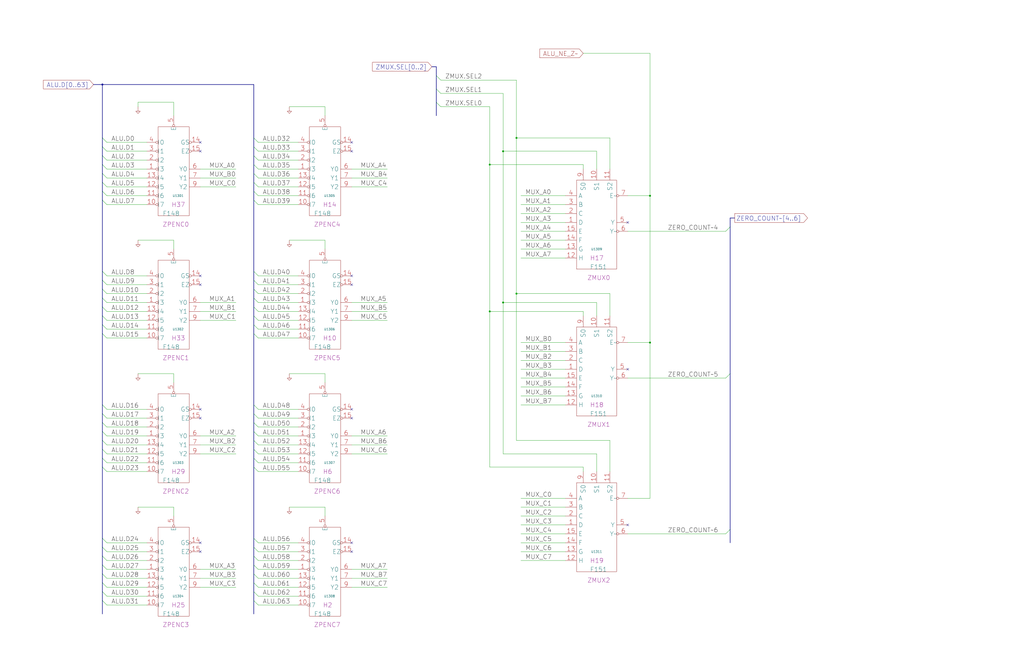
<source format=kicad_sch>
(kicad_sch (version 20250114) (generator "eeschema") (generator_version "9.0")
  (paper "User" 584.2 378.46)
  (title_block (title "ZERO_DETECTOR") (date "22-MAR-90") (rev "1.0") (comment 1 "VALUE") (comment 2 "232-003063") (comment 3 "S400") (comment 4 "RELEASED"))
  (lib_symbols
    (symbol "r1000:F148" (pin_names (offset 1.016))
      (property "Reference" "U" (at 2.54 5.08 0))
      (property "Value" "F148" (at -6.35 -5.08 0))
      (property "Location" "___" (at -1.27 0 0))
      (property "Name" "______" (at 1.27 -12.7 0))
      (symbol "F148_1_1"
        (circle (center -9.525 35.56) (radius 0.635))
        (circle (center -9.525 30.48) (radius 0.635))
        (circle (center -9.525 25.4) (radius 0.635))
        (circle (center -9.525 20.32) (radius 0.635))
        (circle (center -9.525 15.24) (radius 0.635))
        (circle (center -9.525 10.16) (radius 0.635))
        (circle (center -9.525 5.08) (radius 0.635))
        (circle (center -9.525 0) (radius 0.635))
        (rectangle (start -8.89 44.45) (end 8.89 -6.35))
        (circle (center 0 45.085) (radius 0.635))
        (circle (center 9.525 35.56) (radius 0.635))
        (circle (center 9.525 30.48) (radius 0.635))
        (pin input line (at -15.24 35.56 0) (length 5.08) (name "I0") (number "4"))
        (pin input line (at -15.24 30.48 0) (length 5.08) (name "I1") (number "3"))
        (pin input line (at -15.24 25.4 0) (length 5.08) (name "I2") (number "2"))
        (pin input line (at -15.24 20.32 0) (length 5.08) (name "I3") (number "1"))
        (pin input line (at -15.24 15.24 0) (length 5.08) (name "I4") (number "13"))
        (pin input line (at -15.24 10.16 0) (length 5.08) (name "I5") (number "12"))
        (pin input line (at -15.24 5.08 0) (length 5.08) (name "I6") (number "11"))
        (pin input line (at -15.24 0 0) (length 5.08) (name "I7") (number "10"))
        (pin input line (at 0 50.8 270) (length 5.08) (name "E") (number "5"))
        (pin output line (at 15.24 35.56 180) (length 5.08) (name "GS") (number "14"))
        (pin output line (at 15.24 30.48 180) (length 5.08) (name "EZ") (number "15"))
        (pin output line (at 15.24 20.32 180) (length 6.35) (name "Y0") (number "6"))
        (pin output line (at 15.24 15.24 180) (length 6.35) (name "Y1") (number "7"))
        (pin output line (at 15.24 10.16 180) (length 6.35) (name "Y2") (number "9"))
      )
    )
    (symbol "r1000:F151" (pin_names (offset 1.016))
      (property "Reference" "U" (at 2.54 5.08 0))
      (property "Value" "F151" (at -1.27 -5.08 0))
      (property "Location" "___" (at -1.27 0 0))
      (property "Name" "______" (at 3.81 -12.7 0))
      (symbol "F151_1_1"
        (rectangle (start -8.89 44.45) (end 13.97 -6.35))
        (circle (center 14.605 35.56) (radius 0.635))
        (circle (center 14.605 15.24) (radius 0.635))
        (pin input line (at -15.24 35.56 0) (length 6.35) (name "A") (number "4"))
        (pin input line (at -15.24 30.48 0) (length 6.35) (name "B") (number "3"))
        (pin input line (at -15.24 25.4 0) (length 6.35) (name "C") (number "2"))
        (pin input line (at -15.24 20.32 0) (length 6.35) (name "D") (number "1"))
        (pin input line (at -15.24 15.24 0) (length 6.35) (name "E") (number "15"))
        (pin input line (at -15.24 10.16 0) (length 6.35) (name "F") (number "14"))
        (pin input line (at -15.24 5.08 0) (length 6.35) (name "G") (number "13"))
        (pin input line (at -15.24 0 0) (length 6.35) (name "H") (number "12"))
        (pin input line (at -5.08 50.8 270) (length 6.35) (name "S0") (number "9"))
        (pin input line (at 2.54 50.8 270) (length 6.35) (name "S1") (number "10"))
        (pin input line (at 10.16 50.8 270) (length 6.35) (name "S2") (number "11"))
        (pin input line (at 20.32 35.56 180) (length 5.08) (name "E~") (number "7"))
        (pin output line (at 20.32 20.32 180) (length 6.35) (name "Y") (number "5"))
        (pin output line (at 20.32 15.24 180) (length 5.08) (name "Y~") (number "6"))
      )
    )
    (symbol "r1000:PD" (power) (pin_numbers (hide yes)) (pin_names (hide yes)) (in_bom no)
      (symbol "PD_0_1"
        (polyline (pts (xy 0 -2.54) (xy 1.27 -2.54) (xy 0 -3.81) (xy -1.27 -2.54) (xy 0 -2.54)) (stroke (width 0.1524)))
      )
      (symbol "PD_1_1"
        (pin power_in line (at 0 0 270) (length 2.54) (name "PD") (number "1"))
      )
    )
  )
  (junction (at 279.4 93.98))
  (junction (at 287.02 86.36))
  (junction (at 279.4 177.8))
  (junction (at 294.64 78.74))
  (junction (at 370.84 195.58))
  (junction (at 58.42 48.26))
  (junction (at 287.02 172.72))
  (junction (at 294.64 167.64))
  (junction (at 370.84 111.76))
  (no_connect (at 358.14 210.82))
  (no_connect (at 200.66 157.48))
  (no_connect (at 200.66 233.68))
  (no_connect (at 114.3 157.48))
  (no_connect (at 114.3 81.28))
  (no_connect (at 200.66 314.96))
  (no_connect (at 114.3 314.96))
  (no_connect (at 200.66 162.56))
  (no_connect (at 358.14 127))
  (no_connect (at 114.3 309.88))
  (no_connect (at 200.66 86.36))
  (no_connect (at 114.3 86.36))
  (no_connect (at 114.3 233.68))
  (no_connect (at 200.66 81.28))
  (no_connect (at 114.3 162.56))
  (no_connect (at 114.3 238.76))
  (no_connect (at 358.14 299.72))
  (no_connect (at 200.66 309.88))
  (no_connect (at 200.66 238.76))
  (bus_entry (at 144.78 256.54) (size 2.54 2.54))
  (bus_entry (at 58.42 241.3) (size 2.54 2.54))
  (bus_entry (at 58.42 246.38) (size 2.54 2.54))
  (bus_entry (at 58.42 93.98) (size 2.54 2.54))
  (bus_entry (at 144.78 93.98) (size 2.54 2.54))
  (bus_entry (at 416.56 213.36) (size -2.54 2.54))
  (bus_entry (at 58.42 327.66) (size 2.54 2.54))
  (bus_entry (at 144.78 322.58) (size 2.54 2.54))
  (bus_entry (at 144.78 231.14) (size 2.54 2.54))
  (bus_entry (at 58.42 99.06) (size 2.54 2.54))
  (bus_entry (at 144.78 266.7) (size 2.54 2.54))
  (bus_entry (at 144.78 180.34) (size 2.54 2.54))
  (bus_entry (at 144.78 327.66) (size 2.54 2.54))
  (bus_entry (at 248.92 58.42) (size 2.54 2.54))
  (bus_entry (at 58.42 154.94) (size 2.54 2.54))
  (bus_entry (at 416.56 129.54) (size -2.54 2.54))
  (bus_entry (at 58.42 180.34) (size 2.54 2.54))
  (bus_entry (at 144.78 312.42) (size 2.54 2.54))
  (bus_entry (at 58.42 83.82) (size 2.54 2.54))
  (bus_entry (at 248.92 50.8) (size 2.54 2.54))
  (bus_entry (at 58.42 332.74) (size 2.54 2.54))
  (bus_entry (at 144.78 236.22) (size 2.54 2.54))
  (bus_entry (at 58.42 342.9) (size 2.54 2.54))
  (bus_entry (at 58.42 261.62) (size 2.54 2.54))
  (bus_entry (at 144.78 337.82) (size 2.54 2.54))
  (bus_entry (at 144.78 342.9) (size 2.54 2.54))
  (bus_entry (at 144.78 175.26) (size 2.54 2.54))
  (bus_entry (at 144.78 190.5) (size 2.54 2.54))
  (bus_entry (at 58.42 307.34) (size 2.54 2.54))
  (bus_entry (at 58.42 266.7) (size 2.54 2.54))
  (bus_entry (at 144.78 165.1) (size 2.54 2.54))
  (bus_entry (at 144.78 88.9) (size 2.54 2.54))
  (bus_entry (at 58.42 175.26) (size 2.54 2.54))
  (bus_entry (at 58.42 251.46) (size 2.54 2.54))
  (bus_entry (at 144.78 185.42) (size 2.54 2.54))
  (bus_entry (at 58.42 165.1) (size 2.54 2.54))
  (bus_entry (at 58.42 312.42) (size 2.54 2.54))
  (bus_entry (at 144.78 114.3) (size 2.54 2.54))
  (bus_entry (at 416.56 302.26) (size -2.54 2.54))
  (bus_entry (at 144.78 170.18) (size 2.54 2.54))
  (bus_entry (at 144.78 104.14) (size 2.54 2.54))
  (bus_entry (at 58.42 337.82) (size 2.54 2.54))
  (bus_entry (at 58.42 236.22) (size 2.54 2.54))
  (bus_entry (at 58.42 256.54) (size 2.54 2.54))
  (bus_entry (at 144.78 154.94) (size 2.54 2.54))
  (bus_entry (at 58.42 109.22) (size 2.54 2.54))
  (bus_entry (at 58.42 322.58) (size 2.54 2.54))
  (bus_entry (at 144.78 246.38) (size 2.54 2.54))
  (bus_entry (at 58.42 160.02) (size 2.54 2.54))
  (bus_entry (at 58.42 231.14) (size 2.54 2.54))
  (bus_entry (at 144.78 160.02) (size 2.54 2.54))
  (bus_entry (at 58.42 185.42) (size 2.54 2.54))
  (bus_entry (at 58.42 114.3) (size 2.54 2.54))
  (bus_entry (at 144.78 261.62) (size 2.54 2.54))
  (bus_entry (at 144.78 241.3) (size 2.54 2.54))
  (bus_entry (at 144.78 83.82) (size 2.54 2.54))
  (bus_entry (at 58.42 317.5) (size 2.54 2.54))
  (bus_entry (at 144.78 99.06) (size 2.54 2.54))
  (bus_entry (at 144.78 317.5) (size 2.54 2.54))
  (bus_entry (at 58.42 78.74) (size 2.54 2.54))
  (bus_entry (at 58.42 88.9) (size 2.54 2.54))
  (bus_entry (at 144.78 332.74) (size 2.54 2.54))
  (bus_entry (at 248.92 43.18) (size 2.54 2.54))
  (bus_entry (at 144.78 109.22) (size 2.54 2.54))
  (bus_entry (at 58.42 170.18) (size 2.54 2.54))
  (bus_entry (at 144.78 251.46) (size 2.54 2.54))
  (bus_entry (at 144.78 78.74) (size 2.54 2.54))
  (bus_entry (at 58.42 190.5) (size 2.54 2.54))
  (bus_entry (at 58.42 104.14) (size 2.54 2.54))
  (bus_entry (at 144.78 307.34) (size 2.54 2.54))
  (wire (pts (xy 147.32 248.92) (xy 170.18 248.92)))
  (bus (pts (xy 144.78 88.9) (xy 144.78 93.98)))
  (bus (pts (xy 144.78 83.82) (xy 144.78 88.9)))
  (bus (pts (xy 144.78 175.26) (xy 144.78 180.34)))
  (wire (pts (xy 114.3 177.8) (xy 134.62 177.8)))
  (wire (pts (xy 60.96 167.64) (xy 83.82 167.64)))
  (wire (pts (xy 147.32 162.56) (xy 170.18 162.56)))
  (wire (pts (xy 297.18 314.96) (xy 322.58 314.96)))
  (bus (pts (xy 144.78 327.66) (xy 144.78 332.74)))
  (wire (pts (xy 358.14 111.76) (xy 370.84 111.76)))
  (wire (pts (xy 78.74 60.96) (xy 78.74 58.42)))
  (bus (pts (xy 416.56 124.46) (xy 416.56 129.54)))
  (wire (pts (xy 297.18 127) (xy 322.58 127)))
  (wire (pts (xy 332.74 180.34) (xy 332.74 177.8)))
  (wire (pts (xy 60.96 330.2) (xy 83.82 330.2)))
  (wire (pts (xy 340.36 269.24) (xy 340.36 259.08)))
  (wire (pts (xy 200.66 96.52) (xy 220.98 96.52)))
  (bus (pts (xy 58.42 256.54) (xy 58.42 261.62)))
  (bus (pts (xy 144.78 332.74) (xy 144.78 337.82)))
  (wire (pts (xy 60.96 187.96) (xy 83.82 187.96)))
  (wire (pts (xy 147.32 86.36) (xy 170.18 86.36)))
  (wire (pts (xy 297.18 200.66) (xy 322.58 200.66)))
  (bus (pts (xy 58.42 165.1) (xy 58.42 170.18)))
  (wire (pts (xy 297.18 137.16) (xy 322.58 137.16)))
  (wire (pts (xy 99.06 137.16) (xy 99.06 142.24)))
  (bus (pts (xy 144.78 307.34) (xy 144.78 312.42)))
  (wire (pts (xy 147.32 101.6) (xy 170.18 101.6)))
  (bus (pts (xy 58.42 185.42) (xy 58.42 190.5)))
  (wire (pts (xy 60.96 325.12) (xy 83.82 325.12)))
  (bus (pts (xy 58.42 78.74) (xy 58.42 83.82)))
  (wire (pts (xy 60.96 86.36) (xy 83.82 86.36)))
  (wire (pts (xy 200.66 101.6) (xy 220.98 101.6)))
  (bus (pts (xy 144.78 256.54) (xy 144.78 261.62)))
  (wire (pts (xy 358.14 304.8) (xy 414.02 304.8)))
  (wire (pts (xy 147.32 238.76) (xy 170.18 238.76)))
  (bus (pts (xy 144.78 109.22) (xy 144.78 114.3)))
  (wire (pts (xy 287.02 172.72) (xy 287.02 86.36)))
  (bus (pts (xy 144.78 165.1) (xy 144.78 170.18)))
  (bus (pts (xy 58.42 266.7) (xy 58.42 307.34)))
  (wire (pts (xy 347.98 180.34) (xy 347.98 167.64)))
  (bus (pts (xy 58.42 154.94) (xy 58.42 160.02)))
  (wire (pts (xy 60.96 157.48) (xy 83.82 157.48)))
  (wire (pts (xy 114.3 101.6) (xy 134.62 101.6)))
  (bus (pts (xy 58.42 48.26) (xy 58.42 78.74)))
  (wire (pts (xy 297.18 210.82) (xy 322.58 210.82)))
  (wire (pts (xy 99.06 289.56) (xy 99.06 294.64)))
  (wire (pts (xy 297.18 284.48) (xy 322.58 284.48)))
  (bus (pts (xy 58.42 109.22) (xy 58.42 114.3)))
  (wire (pts (xy 78.74 58.42) (xy 99.06 58.42)))
  (wire (pts (xy 60.96 81.28) (xy 83.82 81.28)))
  (bus (pts (xy 144.78 261.62) (xy 144.78 266.7)))
  (wire (pts (xy 358.14 284.48) (xy 370.84 284.48)))
  (wire (pts (xy 370.84 111.76) (xy 370.84 195.58)))
  (wire (pts (xy 279.4 60.96) (xy 279.4 93.98)))
  (wire (pts (xy 165.1 60.96) (xy 185.42 60.96)))
  (bus (pts (xy 58.42 332.74) (xy 58.42 337.82)))
  (bus (pts (xy 58.42 104.14) (xy 58.42 109.22)))
  (bus (pts (xy 144.78 114.3) (xy 144.78 154.94)))
  (wire (pts (xy 78.74 213.36) (xy 99.06 213.36)))
  (bus (pts (xy 416.56 213.36) (xy 416.56 302.26)))
  (bus (pts (xy 248.92 50.8) (xy 248.92 58.42)))
  (wire (pts (xy 251.46 53.34) (xy 287.02 53.34)))
  (wire (pts (xy 114.3 254) (xy 134.62 254)))
  (wire (pts (xy 279.4 93.98) (xy 332.74 93.98)))
  (bus (pts (xy 144.78 317.5) (xy 144.78 322.58)))
  (bus (pts (xy 144.78 251.46) (xy 144.78 256.54)))
  (wire (pts (xy 147.32 345.44) (xy 170.18 345.44)))
  (wire (pts (xy 78.74 137.16) (xy 99.06 137.16)))
  (wire (pts (xy 294.64 167.64) (xy 294.64 78.74)))
  (bus (pts (xy 58.42 337.82) (xy 58.42 342.9)))
  (wire (pts (xy 294.64 45.72) (xy 294.64 78.74)))
  (wire (pts (xy 279.4 266.7) (xy 279.4 177.8)))
  (wire (pts (xy 185.42 213.36) (xy 185.42 218.44)))
  (bus (pts (xy 58.42 261.62) (xy 58.42 266.7)))
  (bus (pts (xy 144.78 337.82) (xy 144.78 342.9)))
  (bus (pts (xy 144.78 312.42) (xy 144.78 317.5)))
  (wire (pts (xy 60.96 335.28) (xy 83.82 335.28)))
  (bus (pts (xy 144.78 185.42) (xy 144.78 190.5)))
  (wire (pts (xy 200.66 254) (xy 220.98 254)))
  (wire (pts (xy 60.96 264.16) (xy 83.82 264.16)))
  (wire (pts (xy 297.18 142.24) (xy 322.58 142.24)))
  (wire (pts (xy 60.96 193.04) (xy 83.82 193.04)))
  (wire (pts (xy 297.18 132.08) (xy 322.58 132.08)))
  (bus (pts (xy 248.92 58.42) (xy 248.92 66.04)))
  (wire (pts (xy 297.18 226.06) (xy 322.58 226.06)))
  (wire (pts (xy 294.64 78.74) (xy 347.98 78.74)))
  (wire (pts (xy 165.1 137.16) (xy 185.42 137.16)))
  (wire (pts (xy 200.66 177.8) (xy 220.98 177.8)))
  (bus (pts (xy 416.56 302.26) (xy 416.56 309.88)))
  (wire (pts (xy 185.42 60.96) (xy 185.42 66.04)))
  (wire (pts (xy 60.96 177.8) (xy 83.82 177.8)))
  (wire (pts (xy 147.32 340.36) (xy 170.18 340.36)))
  (wire (pts (xy 147.32 116.84) (xy 170.18 116.84)))
  (bus (pts (xy 416.56 124.46) (xy 419.1 124.46)))
  (bus (pts (xy 58.42 251.46) (xy 58.42 256.54)))
  (wire (pts (xy 147.32 182.88) (xy 170.18 182.88)))
  (wire (pts (xy 99.06 58.42) (xy 99.06 66.04)))
  (wire (pts (xy 370.84 195.58) (xy 370.84 284.48)))
  (wire (pts (xy 114.3 325.12) (xy 134.62 325.12)))
  (wire (pts (xy 287.02 86.36) (xy 340.36 86.36)))
  (bus (pts (xy 58.42 160.02) (xy 58.42 165.1)))
  (wire (pts (xy 99.06 213.36) (xy 99.06 218.44)))
  (wire (pts (xy 147.32 172.72) (xy 170.18 172.72)))
  (wire (pts (xy 185.42 289.56) (xy 185.42 294.64)))
  (wire (pts (xy 279.4 177.8) (xy 279.4 93.98)))
  (wire (pts (xy 147.32 269.24) (xy 170.18 269.24)))
  (wire (pts (xy 114.3 330.2) (xy 134.62 330.2)))
  (wire (pts (xy 200.66 172.72) (xy 220.98 172.72)))
  (wire (pts (xy 60.96 182.88) (xy 83.82 182.88)))
  (bus (pts (xy 58.42 342.9) (xy 58.42 350.52)))
  (wire (pts (xy 60.96 254) (xy 83.82 254)))
  (wire (pts (xy 287.02 53.34) (xy 287.02 86.36)))
  (wire (pts (xy 165.1 213.36) (xy 185.42 213.36)))
  (wire (pts (xy 200.66 325.12) (xy 220.98 325.12)))
  (bus (pts (xy 58.42 241.3) (xy 58.42 246.38)))
  (wire (pts (xy 297.18 205.74) (xy 322.58 205.74)))
  (bus (pts (xy 144.78 241.3) (xy 144.78 246.38)))
  (wire (pts (xy 60.96 248.92) (xy 83.82 248.92)))
  (bus (pts (xy 144.78 93.98) (xy 144.78 99.06)))
  (wire (pts (xy 114.3 106.68) (xy 134.62 106.68)))
  (wire (pts (xy 347.98 251.46) (xy 294.64 251.46)))
  (wire (pts (xy 147.32 177.8) (xy 170.18 177.8)))
  (bus (pts (xy 53.34 48.26) (xy 58.42 48.26)))
  (wire (pts (xy 60.96 91.44) (xy 83.82 91.44)))
  (wire (pts (xy 297.18 121.92) (xy 322.58 121.92)))
  (wire (pts (xy 332.74 30.48) (xy 370.84 30.48)))
  (bus (pts (xy 144.78 322.58) (xy 144.78 327.66)))
  (bus (pts (xy 144.78 342.9) (xy 144.78 350.52)))
  (wire (pts (xy 60.96 96.52) (xy 83.82 96.52)))
  (wire (pts (xy 60.96 238.76) (xy 83.82 238.76)))
  (bus (pts (xy 58.42 180.34) (xy 58.42 185.42)))
  (wire (pts (xy 165.1 289.56) (xy 185.42 289.56)))
  (wire (pts (xy 332.74 93.98) (xy 332.74 96.52)))
  (wire (pts (xy 332.74 266.7) (xy 279.4 266.7)))
  (bus (pts (xy 58.42 48.26) (xy 144.78 48.26)))
  (wire (pts (xy 347.98 78.74) (xy 347.98 96.52)))
  (wire (pts (xy 147.32 96.52) (xy 170.18 96.52)))
  (wire (pts (xy 60.96 259.08) (xy 83.82 259.08)))
  (wire (pts (xy 147.32 325.12) (xy 170.18 325.12)))
  (wire (pts (xy 287.02 172.72) (xy 340.36 172.72)))
  (bus (pts (xy 144.78 231.14) (xy 144.78 236.22)))
  (bus (pts (xy 58.42 307.34) (xy 58.42 312.42)))
  (wire (pts (xy 60.96 162.56) (xy 83.82 162.56)))
  (bus (pts (xy 144.78 170.18) (xy 144.78 175.26)))
  (bus (pts (xy 58.42 246.38) (xy 58.42 251.46)))
  (wire (pts (xy 60.96 243.84) (xy 83.82 243.84)))
  (wire (pts (xy 147.32 157.48) (xy 170.18 157.48)))
  (wire (pts (xy 279.4 177.8) (xy 332.74 177.8)))
  (wire (pts (xy 147.32 309.88) (xy 170.18 309.88)))
  (wire (pts (xy 297.18 147.32) (xy 322.58 147.32)))
  (bus (pts (xy 58.42 312.42) (xy 58.42 317.5)))
  (bus (pts (xy 248.92 38.1) (xy 248.92 43.18)))
  (wire (pts (xy 114.3 335.28) (xy 134.62 335.28)))
  (wire (pts (xy 147.32 111.76) (xy 170.18 111.76)))
  (wire (pts (xy 297.18 195.58) (xy 322.58 195.58)))
  (wire (pts (xy 60.96 101.6) (xy 83.82 101.6)))
  (wire (pts (xy 200.66 335.28) (xy 220.98 335.28)))
  (wire (pts (xy 294.64 251.46) (xy 294.64 167.64)))
  (wire (pts (xy 147.32 259.08) (xy 170.18 259.08)))
  (wire (pts (xy 147.32 335.28) (xy 170.18 335.28)))
  (bus (pts (xy 58.42 327.66) (xy 58.42 332.74)))
  (wire (pts (xy 332.74 269.24) (xy 332.74 266.7)))
  (bus (pts (xy 144.78 104.14) (xy 144.78 109.22)))
  (wire (pts (xy 358.14 195.58) (xy 370.84 195.58)))
  (wire (pts (xy 297.18 309.88) (xy 322.58 309.88)))
  (wire (pts (xy 297.18 299.72) (xy 322.58 299.72)))
  (wire (pts (xy 147.32 320.04) (xy 170.18 320.04)))
  (bus (pts (xy 58.42 83.82) (xy 58.42 88.9)))
  (wire (pts (xy 60.96 233.68) (xy 83.82 233.68)))
  (wire (pts (xy 287.02 259.08) (xy 287.02 172.72)))
  (wire (pts (xy 347.98 269.24) (xy 347.98 251.46)))
  (bus (pts (xy 416.56 129.54) (xy 416.56 213.36)))
  (wire (pts (xy 297.18 231.14) (xy 322.58 231.14)))
  (wire (pts (xy 200.66 182.88) (xy 220.98 182.88)))
  (wire (pts (xy 147.32 91.44) (xy 170.18 91.44)))
  (bus (pts (xy 144.78 190.5) (xy 144.78 231.14)))
  (wire (pts (xy 297.18 111.76) (xy 322.58 111.76)))
  (wire (pts (xy 200.66 330.2) (xy 220.98 330.2)))
  (wire (pts (xy 147.32 330.2) (xy 170.18 330.2)))
  (wire (pts (xy 114.3 182.88) (xy 134.62 182.88)))
  (wire (pts (xy 251.46 45.72) (xy 294.64 45.72)))
  (wire (pts (xy 340.36 86.36) (xy 340.36 96.52)))
  (wire (pts (xy 297.18 289.56) (xy 322.58 289.56)))
  (wire (pts (xy 60.96 314.96) (xy 83.82 314.96)))
  (bus (pts (xy 58.42 93.98) (xy 58.42 99.06)))
  (wire (pts (xy 114.3 172.72) (xy 134.62 172.72)))
  (bus (pts (xy 144.78 48.26) (xy 144.78 78.74)))
  (bus (pts (xy 144.78 154.94) (xy 144.78 160.02)))
  (wire (pts (xy 347.98 167.64) (xy 294.64 167.64)))
  (wire (pts (xy 340.36 172.72) (xy 340.36 180.34)))
  (wire (pts (xy 114.3 248.92) (xy 134.62 248.92)))
  (wire (pts (xy 114.3 96.52) (xy 134.62 96.52)))
  (wire (pts (xy 114.3 259.08) (xy 134.62 259.08)))
  (wire (pts (xy 297.18 220.98) (xy 322.58 220.98)))
  (bus (pts (xy 248.92 43.18) (xy 248.92 50.8)))
  (bus (pts (xy 58.42 322.58) (xy 58.42 327.66)))
  (bus (pts (xy 58.42 236.22) (xy 58.42 241.3)))
  (bus (pts (xy 144.78 78.74) (xy 144.78 83.82)))
  (wire (pts (xy 297.18 215.9) (xy 322.58 215.9)))
  (wire (pts (xy 297.18 116.84) (xy 322.58 116.84)))
  (wire (pts (xy 147.32 264.16) (xy 170.18 264.16)))
  (wire (pts (xy 251.46 60.96) (xy 279.4 60.96)))
  (bus (pts (xy 144.78 160.02) (xy 144.78 165.1)))
  (wire (pts (xy 147.32 254) (xy 170.18 254)))
  (bus (pts (xy 58.42 114.3) (xy 58.42 154.94)))
  (bus (pts (xy 144.78 246.38) (xy 144.78 251.46)))
  (wire (pts (xy 147.32 233.68) (xy 170.18 233.68)))
  (wire (pts (xy 60.96 172.72) (xy 83.82 172.72)))
  (wire (pts (xy 147.32 243.84) (xy 170.18 243.84)))
  (bus (pts (xy 144.78 180.34) (xy 144.78 185.42)))
  (bus (pts (xy 58.42 170.18) (xy 58.42 175.26)))
  (wire (pts (xy 297.18 304.8) (xy 322.58 304.8)))
  (wire (pts (xy 60.96 320.04) (xy 83.82 320.04)))
  (bus (pts (xy 58.42 99.06) (xy 58.42 104.14)))
  (wire (pts (xy 358.14 132.08) (xy 414.02 132.08)))
  (wire (pts (xy 297.18 294.64) (xy 322.58 294.64)))
  (wire (pts (xy 60.96 111.76) (xy 83.82 111.76)))
  (wire (pts (xy 78.74 289.56) (xy 99.06 289.56)))
  (bus (pts (xy 58.42 190.5) (xy 58.42 231.14)))
  (wire (pts (xy 185.42 137.16) (xy 185.42 142.24)))
  (wire (pts (xy 60.96 340.36) (xy 83.82 340.36)))
  (wire (pts (xy 370.84 30.48) (xy 370.84 111.76)))
  (wire (pts (xy 60.96 116.84) (xy 83.82 116.84)))
  (bus (pts (xy 58.42 88.9) (xy 58.42 93.98)))
  (wire (pts (xy 147.32 167.64) (xy 170.18 167.64)))
  (wire (pts (xy 60.96 345.44) (xy 83.82 345.44)))
  (bus (pts (xy 144.78 266.7) (xy 144.78 307.34)))
  (wire (pts (xy 200.66 259.08) (xy 220.98 259.08)))
  (wire (pts (xy 297.18 320.04) (xy 322.58 320.04)))
  (wire (pts (xy 60.96 269.24) (xy 83.82 269.24)))
  (wire (pts (xy 147.32 106.68) (xy 170.18 106.68)))
  (bus (pts (xy 246.38 38.1) (xy 248.92 38.1)))
  (bus (pts (xy 58.42 317.5) (xy 58.42 322.58)))
  (wire (pts (xy 200.66 106.68) (xy 220.98 106.68)))
  (bus (pts (xy 144.78 236.22) (xy 144.78 241.3)))
  (wire (pts (xy 60.96 106.68) (xy 83.82 106.68)))
  (wire (pts (xy 358.14 215.9) (xy 414.02 215.9)))
  (wire (pts (xy 147.32 81.28) (xy 170.18 81.28)))
  (wire (pts (xy 147.32 193.04) (xy 170.18 193.04)))
  (wire (pts (xy 147.32 314.96) (xy 170.18 314.96)))
  (bus (pts (xy 144.78 99.06) (xy 144.78 104.14)))
  (bus (pts (xy 58.42 231.14) (xy 58.42 236.22)))
  (bus (pts (xy 58.42 175.26) (xy 58.42 180.34)))
  (wire (pts (xy 340.36 259.08) (xy 287.02 259.08)))
  (wire (pts (xy 147.32 187.96) (xy 170.18 187.96)))
  (wire (pts (xy 60.96 309.88) (xy 83.82 309.88)))
  (wire (pts (xy 200.66 248.92) (xy 220.98 248.92)))
  (label "MUX_A4" (at 205.74 96.52 0) (effects (font (size 2.54 2.54))))
  (label "ALU.D43" (at 149.86 172.72 0) (effects (font (size 2.54 2.54))))
  (label "MUX_A3" (at 299.72 127 0) (effects (font (size 2.54 2.54))))
  (label "ALU.D39" (at 149.86 116.84 0) (effects (font (size 2.54 2.54))))
  (label "ALU.D56" (at 149.86 309.88 0) (effects (font (size 2.54 2.54))))
  (label "ALU.D50" (at 149.86 243.84 0) (effects (font (size 2.54 2.54))))
  (label "ZMUX.SEL2" (at 254 45.72 0) (effects (font (size 2.54 2.54))))
  (label "ALU.D15" (at 63.5 193.04 0) (effects (font (size 2.54 2.54))))
  (label "MUX_B7" (at 299.72 231.14 0) (effects (font (size 2.54 2.54))))
  (label "ALU.D23" (at 63.5 269.24 0) (effects (font (size 2.54 2.54))))
  (label "ALU.D27" (at 63.5 325.12 0) (effects (font (size 2.54 2.54))))
  (label "ALU.D12" (at 63.5 177.8 0) (effects (font (size 2.54 2.54))))
  (label "MUX_C0" (at 119.38 106.68 0) (effects (font (size 2.54 2.54))))
  (label "MUX_C6" (at 205.74 259.08 0) (effects (font (size 2.54 2.54))))
  (label "ALU.D30" (at 63.5 340.36 0) (effects (font (size 2.54 2.54))))
  (label "MUX_B3" (at 119.38 330.2 0) (effects (font (size 2.54 2.54))))
  (label "ALU.D17" (at 63.5 238.76 0) (effects (font (size 2.54 2.54))))
  (label "ALU.D10" (at 63.5 167.64 0) (effects (font (size 2.54 2.54))))
  (label "MUX_B1" (at 119.38 177.8 0) (effects (font (size 2.54 2.54))))
  (label "MUX_B4" (at 205.74 101.6 0) (effects (font (size 2.54 2.54))))
  (label "MUX_A2" (at 299.72 121.92 0) (effects (font (size 2.54 2.54))))
  (label "ALU.D36" (at 149.86 101.6 0) (effects (font (size 2.54 2.54))))
  (label "MUX_A7" (at 205.74 325.12 0) (effects (font (size 2.54 2.54))))
  (label "ALU.D24" (at 63.5 309.88 0) (effects (font (size 2.54 2.54))))
  (label "MUX_B6" (at 205.74 254 0) (effects (font (size 2.54 2.54))))
  (label "ALU.D21" (at 63.5 259.08 0) (effects (font (size 2.54 2.54))))
  (label "MUX_A7" (at 299.72 147.32 0) (effects (font (size 2.54 2.54))))
  (label "MUX_B4" (at 299.72 215.9 0) (effects (font (size 2.54 2.54))))
  (label "ALU.D32" (at 149.86 81.28 0) (effects (font (size 2.54 2.54))))
  (label "ALU.D6" (at 63.5 111.76 0) (effects (font (size 2.54 2.54))))
  (label "MUX_A6" (at 205.74 248.92 0) (effects (font (size 2.54 2.54))))
  (label "MUX_C5" (at 205.74 182.88 0) (effects (font (size 2.54 2.54))))
  (label "ALU.D5" (at 63.5 106.68 0) (effects (font (size 2.54 2.54))))
  (label "ALU.D57" (at 149.86 314.96 0) (effects (font (size 2.54 2.54))))
  (label "MUX_B0" (at 299.72 195.58 0) (effects (font (size 2.54 2.54))))
  (label "ZERO_COUNT~4" (at 381 132.08 0) (effects (font (size 2.54 2.54))))
  (label "ALU.D63" (at 149.86 345.44 0) (effects (font (size 2.54 2.54))))
  (label "MUX_A0" (at 299.72 111.76 0) (effects (font (size 2.54 2.54))))
  (label "MUX_C4" (at 299.72 304.8 0) (effects (font (size 2.54 2.54))))
  (label "ALU.D31" (at 63.5 345.44 0) (effects (font (size 2.54 2.54))))
  (label "MUX_B0" (at 119.38 101.6 0) (effects (font (size 2.54 2.54))))
  (label "MUX_A5" (at 299.72 137.16 0) (effects (font (size 2.54 2.54))))
  (label "MUX_A3" (at 119.38 325.12 0) (effects (font (size 2.54 2.54))))
  (label "MUX_C0" (at 299.72 284.48 0) (effects (font (size 2.54 2.54))))
  (label "ALU.D58" (at 149.86 320.04 0) (effects (font (size 2.54 2.54))))
  (label "ALU.D8" (at 63.5 157.48 0) (effects (font (size 2.54 2.54))))
  (label "MUX_A1" (at 299.72 116.84 0) (effects (font (size 2.54 2.54))))
  (label "MUX_B1" (at 299.72 200.66 0) (effects (font (size 2.54 2.54))))
  (label "ALU.D53" (at 149.86 259.08 0) (effects (font (size 2.54 2.54))))
  (label "ZERO_COUNT~6" (at 381 304.8 0) (effects (font (size 2.54 2.54))))
  (label "ALU.D61" (at 149.86 335.28 0) (effects (font (size 2.54 2.54))))
  (label "ALU.D49" (at 149.86 238.76 0) (effects (font (size 2.54 2.54))))
  (label "ALU.D47" (at 149.86 193.04 0) (effects (font (size 2.54 2.54))))
  (label "MUX_B5" (at 205.74 177.8 0) (effects (font (size 2.54 2.54))))
  (label "ALU.D40" (at 149.86 157.48 0) (effects (font (size 2.54 2.54))))
  (label "MUX_B6" (at 299.72 226.06 0) (effects (font (size 2.54 2.54))))
  (label "MUX_C2" (at 119.38 259.08 0) (effects (font (size 2.54 2.54))))
  (label "MUX_A4" (at 299.72 132.08 0) (effects (font (size 2.54 2.54))))
  (label "ALU.D28" (at 63.5 330.2 0) (effects (font (size 2.54 2.54))))
  (label "ALU.D26" (at 63.5 320.04 0) (effects (font (size 2.54 2.54))))
  (label "ALU.D22" (at 63.5 264.16 0) (effects (font (size 2.54 2.54))))
  (label "ALU.D11" (at 63.5 172.72 0) (effects (font (size 2.54 2.54))))
  (label "ALU.D54" (at 149.86 264.16 0) (effects (font (size 2.54 2.54))))
  (label "MUX_A6" (at 299.72 142.24 0) (effects (font (size 2.54 2.54))))
  (label "ALU.D51" (at 149.86 248.92 0) (effects (font (size 2.54 2.54))))
  (label "MUX_B3" (at 299.72 210.82 0) (effects (font (size 2.54 2.54))))
  (label "MUX_C6" (at 299.72 314.96 0) (effects (font (size 2.54 2.54))))
  (label "MUX_C1" (at 299.72 289.56 0) (effects (font (size 2.54 2.54))))
  (label "ALU.D45" (at 149.86 182.88 0) (effects (font (size 2.54 2.54))))
  (label "ALU.D52" (at 149.86 254 0) (effects (font (size 2.54 2.54))))
  (label "ALU.D35" (at 149.86 96.52 0) (effects (font (size 2.54 2.54))))
  (label "MUX_B7" (at 205.74 330.2 0) (effects (font (size 2.54 2.54))))
  (label "MUX_C4" (at 205.74 106.68 0) (effects (font (size 2.54 2.54))))
  (label "ZMUX.SEL1" (at 254 53.34 0) (effects (font (size 2.54 2.54))))
  (label "ALU.D55" (at 149.86 269.24 0) (effects (font (size 2.54 2.54))))
  (label "ALU.D42" (at 149.86 167.64 0) (effects (font (size 2.54 2.54))))
  (label "ALU.D59" (at 149.86 325.12 0) (effects (font (size 2.54 2.54))))
  (label "ALU.D2" (at 63.5 91.44 0) (effects (font (size 2.54 2.54))))
  (label "ZERO_COUNT~5" (at 381 215.9 0) (effects (font (size 2.54 2.54))))
  (label "ALU.D44" (at 149.86 177.8 0) (effects (font (size 2.54 2.54))))
  (label "MUX_B5" (at 299.72 220.98 0) (effects (font (size 2.54 2.54))))
  (label "ALU.D62" (at 149.86 340.36 0) (effects (font (size 2.54 2.54))))
  (label "ALU.D34" (at 149.86 91.44 0) (effects (font (size 2.54 2.54))))
  (label "MUX_C2" (at 299.72 294.64 0) (effects (font (size 2.54 2.54))))
  (label "MUX_B2" (at 119.38 254 0) (effects (font (size 2.54 2.54))))
  (label "MUX_A5" (at 205.74 172.72 0) (effects (font (size 2.54 2.54))))
  (label "MUX_C7" (at 299.72 320.04 0) (effects (font (size 2.54 2.54))))
  (label "MUX_C1" (at 119.38 182.88 0) (effects (font (size 2.54 2.54))))
  (label "ALU.D14" (at 63.5 187.96 0) (effects (font (size 2.54 2.54))))
  (label "ALU.D19" (at 63.5 248.92 0) (effects (font (size 2.54 2.54))))
  (label "ALU.D0" (at 63.5 81.28 0) (effects (font (size 2.54 2.54))))
  (label "ALU.D38" (at 149.86 111.76 0) (effects (font (size 2.54 2.54))))
  (label "ALU.D16" (at 63.5 233.68 0) (effects (font (size 2.54 2.54))))
  (label "MUX_C5" (at 299.72 309.88 0) (effects (font (size 2.54 2.54))))
  (label "MUX_A2" (at 119.38 248.92 0) (effects (font (size 2.54 2.54))))
  (label "MUX_A0" (at 119.38 96.52 0) (effects (font (size 2.54 2.54))))
  (label "ALU.D18" (at 63.5 243.84 0) (effects (font (size 2.54 2.54))))
  (label "MUX_C7" (at 205.74 335.28 0) (effects (font (size 2.54 2.54))))
  (label "ZMUX.SEL0" (at 254 60.96 0) (effects (font (size 2.54 2.54))))
  (label "ALU.D33" (at 149.86 86.36 0) (effects (font (size 2.54 2.54))))
  (label "MUX_C3" (at 119.38 335.28 0) (effects (font (size 2.54 2.54))))
  (label "ALU.D1" (at 63.5 86.36 0) (effects (font (size 2.54 2.54))))
  (label "MUX_A1" (at 119.38 172.72 0) (effects (font (size 2.54 2.54))))
  (label "MUX_B2" (at 299.72 205.74 0) (effects (font (size 2.54 2.54))))
  (label "ALU.D13" (at 63.5 182.88 0) (effects (font (size 2.54 2.54))))
  (label "ALU.D4" (at 63.5 101.6 0) (effects (font (size 2.54 2.54))))
  (label "ALU.D7" (at 63.5 116.84 0) (effects (font (size 2.54 2.54))))
  (label "ALU.D46" (at 149.86 187.96 0) (effects (font (size 2.54 2.54))))
  (label "ALU.D48" (at 149.86 233.68 0) (effects (font (size 2.54 2.54))))
  (label "ALU.D37" (at 149.86 106.68 0) (effects (font (size 2.54 2.54))))
  (label "MUX_C3" (at 299.72 299.72 0) (effects (font (size 2.54 2.54))))
  (label "ALU.D29" (at 63.5 335.28 0) (effects (font (size 2.54 2.54))))
  (label "ALU.D9" (at 63.5 162.56 0) (effects (font (size 2.54 2.54))))
  (label "ALU.D20" (at 63.5 254 0) (effects (font (size 2.54 2.54))))
  (label "ALU.D60" (at 149.86 330.2 0) (effects (font (size 2.54 2.54))))
  (label "ALU.D3" (at 63.5 96.52 0) (effects (font (size 2.54 2.54))))
  (label "ALU.D41" (at 149.86 162.56 0) (effects (font (size 2.54 2.54))))
  (label "ALU.D25" (at 63.5 314.96 0) (effects (font (size 2.54 2.54))))
  (global_label "ZMUX.SEL[0..2]" (shape input) (at 246.38 38.1 180) (effects (font (size 2.54 2.54))) (property "Intersheetrefs" "${INTERSHEET_REFS}" (at 212.5254 37.9413 0) (effects (font (size 1.905 1.905)) (justify right))))
  (global_label "ALU.D[0..63]" (shape input) (at 53.34 48.26 180) (effects (font (size 2.54 2.54))) (property "Intersheetrefs" "${INTERSHEET_REFS}" (at 24.8073 48.1013 0) (effects (font (size 1.905 1.905)) (justify right))))
  (global_label "ZERO_COUNT~[4..6]" (shape output) (at 419.1 124.46 0) (effects (font (size 2.54 2.54))) (property "Intersheetrefs" "${INTERSHEET_REFS}" (at 460.6955 124.3013 0) (effects (font (size 1.905 1.905)) (justify left))))
  (global_label "ALU_NE_Z~" (shape input) (at 332.74 30.48 180) (effects (font (size 2.54 2.54))) (property "Intersheetrefs" "${INTERSHEET_REFS}" (at 307.9569 30.3213 0) (effects (font (size 1.905 1.905)) (justify right))))
  (symbol (lib_id "r1000:PD") (at 78.74 289.56 0) (unit 1) (in_bom no)
    (property "Reference" "#PWR01304" (effects (hide yes)))
    (property "Value" "PD" (effects (hide yes)))
  )
  (symbol (lib_id "r1000:F148") (at 99.06 345.44 0) (unit 1)
    (property "Reference" "U1304" (at 101.6 340.36 0))
    (property "Value" "F148" (at 92.71 350.52 0) (effects (font (size 2.54 2.54)) (justify left)))
    (property "Location" "H25" (at 97.79 345.44 0) (effects (font (size 2.54 2.54)) (justify left)))
    (property "Name" "ZPENC3" (at 100.33 358.14 0) (effects (font (size 2.54 2.54)) (justify bottom)))
  )
  (symbol (lib_id "r1000:F148") (at 185.42 116.84 0) (unit 1)
    (property "Reference" "U1305" (at 187.96 111.76 0))
    (property "Value" "F148" (at 179.07 121.92 0) (effects (font (size 2.54 2.54)) (justify left)))
    (property "Location" "H14" (at 184.15 116.84 0) (effects (font (size 2.54 2.54)) (justify left)))
    (property "Name" "ZPENC4" (at 186.69 129.54 0) (effects (font (size 2.54 2.54)) (justify bottom)))
  )
  (symbol (lib_id "r1000:PD") (at 165.1 60.96 0) (unit 1) (in_bom no)
    (property "Reference" "#PWR01305" (effects (hide yes)))
    (property "Value" "PD" (effects (hide yes)))
  )
  (symbol (lib_id "r1000:PD") (at 78.74 137.16 0) (unit 1) (in_bom no)
    (property "Reference" "#PWR01302" (effects (hide yes)))
    (property "Value" "PD" (effects (hide yes)))
  )
  (symbol (lib_id "r1000:F151") (at 337.82 147.32 0) (unit 1)
    (property "Reference" "U1309" (at 340.36 142.24 0))
    (property "Value" "F151" (at 336.55 152.4 0) (effects (font (size 2.54 2.54)) (justify left)))
    (property "Location" "H17" (at 336.55 147.32 0) (effects (font (size 2.54 2.54)) (justify left)))
    (property "Name" "ZMUX0" (at 341.63 160.02 0) (effects (font (size 2.54 2.54)) (justify bottom)))
  )
  (symbol (lib_id "r1000:F151") (at 337.82 320.04 0) (unit 1)
    (property "Reference" "U1311" (at 340.36 314.96 0))
    (property "Value" "F151" (at 336.55 325.12 0) (effects (font (size 2.54 2.54)) (justify left)))
    (property "Location" "H19" (at 336.55 320.04 0) (effects (font (size 2.54 2.54)) (justify left)))
    (property "Name" "ZMUX2" (at 341.63 332.74 0) (effects (font (size 2.54 2.54)) (justify bottom)))
  )
  (symbol (lib_id "r1000:F148") (at 99.06 116.84 0) (unit 1)
    (property "Reference" "U1301" (at 101.6 111.76 0))
    (property "Value" "F148" (at 92.71 121.92 0) (effects (font (size 2.54 2.54)) (justify left)))
    (property "Location" "H37" (at 97.79 116.84 0) (effects (font (size 2.54 2.54)) (justify left)))
    (property "Name" "ZPENC0" (at 100.33 129.54 0) (effects (font (size 2.54 2.54)) (justify bottom)))
  )
  (symbol (lib_id "r1000:PD") (at 165.1 289.56 0) (unit 1) (in_bom no)
    (property "Reference" "#PWR01308" (effects (hide yes)))
    (property "Value" "PD" (effects (hide yes)))
  )
  (symbol (lib_id "r1000:F148") (at 99.06 269.24 0) (unit 1)
    (property "Reference" "U1303" (at 101.6 264.16 0))
    (property "Value" "F148" (at 92.71 274.32 0) (effects (font (size 2.54 2.54)) (justify left)))
    (property "Location" "H29" (at 97.79 269.24 0) (effects (font (size 2.54 2.54)) (justify left)))
    (property "Name" "ZPENC2" (at 100.33 281.94 0) (effects (font (size 2.54 2.54)) (justify bottom)))
  )
  (symbol (lib_id "r1000:F148") (at 185.42 345.44 0) (unit 1)
    (property "Reference" "U1308" (at 187.96 340.36 0))
    (property "Value" "F148" (at 179.07 350.52 0) (effects (font (size 2.54 2.54)) (justify left)))
    (property "Location" "H2" (at 184.15 345.44 0) (effects (font (size 2.54 2.54)) (justify left)))
    (property "Name" "ZPENC7" (at 186.69 358.14 0) (effects (font (size 2.54 2.54)) (justify bottom)))
  )
  (symbol (lib_id "r1000:PD") (at 165.1 213.36 0) (unit 1) (in_bom no)
    (property "Reference" "#PWR01307" (effects (hide yes)))
    (property "Value" "PD" (effects (hide yes)))
  )
  (symbol (lib_id "r1000:PD") (at 78.74 60.96 0) (unit 1) (in_bom no)
    (property "Reference" "#PWR01301" (effects (hide yes)))
    (property "Value" "PD" (effects (hide yes)))
  )
  (symbol (lib_id "r1000:PD") (at 165.1 137.16 0) (unit 1) (in_bom no)
    (property "Reference" "#PWR01306" (effects (hide yes)))
    (property "Value" "PD" (effects (hide yes)))
  )
  (symbol (lib_id "r1000:F148") (at 99.06 193.04 0) (unit 1)
    (property "Reference" "U1302" (at 101.6 187.96 0))
    (property "Value" "F148" (at 92.71 198.12 0) (effects (font (size 2.54 2.54)) (justify left)))
    (property "Location" "H33" (at 97.79 193.04 0) (effects (font (size 2.54 2.54)) (justify left)))
    (property "Name" "ZPENC1" (at 100.33 205.74 0) (effects (font (size 2.54 2.54)) (justify bottom)))
  )
  (symbol (lib_id "r1000:PD") (at 78.74 213.36 0) (unit 1) (in_bom no)
    (property "Reference" "#PWR01303" (effects (hide yes)))
    (property "Value" "PD" (effects (hide yes)))
  )
  (symbol (lib_id "r1000:F148") (at 185.42 193.04 0) (unit 1)
    (property "Reference" "U1306" (at 187.96 187.96 0))
    (property "Value" "F148" (at 179.07 198.12 0) (effects (font (size 2.54 2.54)) (justify left)))
    (property "Location" "H10" (at 184.15 193.04 0) (effects (font (size 2.54 2.54)) (justify left)))
    (property "Name" "ZPENC5" (at 186.69 205.74 0) (effects (font (size 2.54 2.54)) (justify bottom)))
  )
  (symbol (lib_id "r1000:F148") (at 185.42 269.24 0) (unit 1)
    (property "Reference" "U1307" (at 187.96 264.16 0))
    (property "Value" "F148" (at 179.07 274.32 0) (effects (font (size 2.54 2.54)) (justify left)))
    (property "Location" "H6" (at 184.15 269.24 0) (effects (font (size 2.54 2.54)) (justify left)))
    (property "Name" "ZPENC6" (at 186.69 281.94 0) (effects (font (size 2.54 2.54)) (justify bottom)))
  )
  (symbol (lib_id "r1000:F151") (at 337.82 231.14 0) (unit 1)
    (property "Reference" "U1310" (at 340.36 226.06 0))
    (property "Value" "F151" (at 336.55 236.22 0) (effects (font (size 2.54 2.54)) (justify left)))
    (property "Location" "H18" (at 336.55 231.14 0) (effects (font (size 2.54 2.54)) (justify left)))
    (property "Name" "ZMUX1" (at 341.63 243.84 0) (effects (font (size 2.54 2.54)) (justify bottom)))
  )
)
</source>
